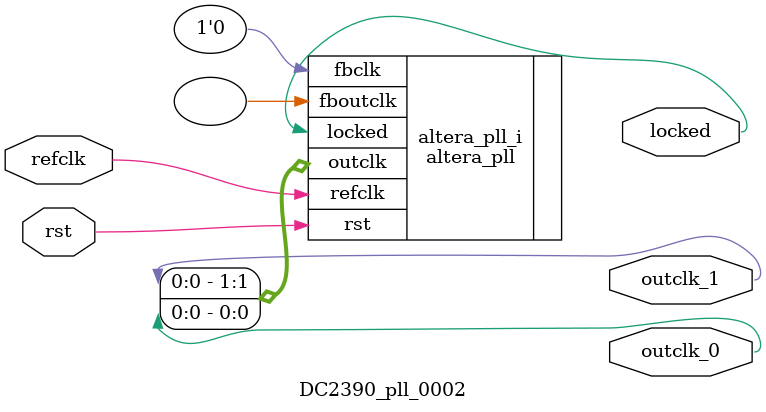
<source format=v>
`timescale 1ns/10ps
module  DC2390_pll_0002(

	// interface 'refclk'
	input wire refclk,

	// interface 'reset'
	input wire rst,

	// interface 'outclk0'
	output wire outclk_0,

	// interface 'outclk1'
	output wire outclk_1,

	// interface 'locked'
	output wire locked
);

	altera_pll #(
		.fractional_vco_multiplier("false"),
		.reference_clock_frequency("50.0 MHz"),
		.operation_mode("normal"),
		.number_of_clocks(2),
		.output_clock_frequency0("50.000000 MHz"),
		.phase_shift0("0 ps"),
		.duty_cycle0(50),
		.output_clock_frequency1("50.000000 MHz"),
		.phase_shift1("15000 ps"),
		.duty_cycle1(50),
		.output_clock_frequency2("0 MHz"),
		.phase_shift2("0 ps"),
		.duty_cycle2(50),
		.output_clock_frequency3("0 MHz"),
		.phase_shift3("0 ps"),
		.duty_cycle3(50),
		.output_clock_frequency4("0 MHz"),
		.phase_shift4("0 ps"),
		.duty_cycle4(50),
		.output_clock_frequency5("0 MHz"),
		.phase_shift5("0 ps"),
		.duty_cycle5(50),
		.output_clock_frequency6("0 MHz"),
		.phase_shift6("0 ps"),
		.duty_cycle6(50),
		.output_clock_frequency7("0 MHz"),
		.phase_shift7("0 ps"),
		.duty_cycle7(50),
		.output_clock_frequency8("0 MHz"),
		.phase_shift8("0 ps"),
		.duty_cycle8(50),
		.output_clock_frequency9("0 MHz"),
		.phase_shift9("0 ps"),
		.duty_cycle9(50),
		.output_clock_frequency10("0 MHz"),
		.phase_shift10("0 ps"),
		.duty_cycle10(50),
		.output_clock_frequency11("0 MHz"),
		.phase_shift11("0 ps"),
		.duty_cycle11(50),
		.output_clock_frequency12("0 MHz"),
		.phase_shift12("0 ps"),
		.duty_cycle12(50),
		.output_clock_frequency13("0 MHz"),
		.phase_shift13("0 ps"),
		.duty_cycle13(50),
		.output_clock_frequency14("0 MHz"),
		.phase_shift14("0 ps"),
		.duty_cycle14(50),
		.output_clock_frequency15("0 MHz"),
		.phase_shift15("0 ps"),
		.duty_cycle15(50),
		.output_clock_frequency16("0 MHz"),
		.phase_shift16("0 ps"),
		.duty_cycle16(50),
		.output_clock_frequency17("0 MHz"),
		.phase_shift17("0 ps"),
		.duty_cycle17(50),
		.pll_type("General"),
		.pll_subtype("General")
	) altera_pll_i (
		.rst	(rst),
		.outclk	({outclk_1, outclk_0}),
		.locked	(locked),
		.fboutclk	( ),
		.fbclk	(1'b0),
		.refclk	(refclk)
	);
endmodule


</source>
